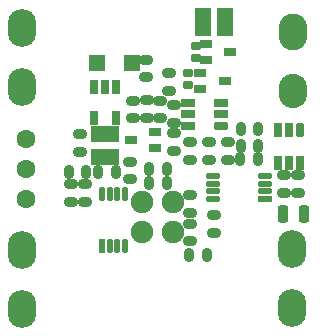
<source format=gts>
G04*
G04 #@! TF.GenerationSoftware,Altium Limited,Altium Designer,22.6.1 (34)*
G04*
G04 Layer_Color=8388736*
%FSLAX44Y44*%
%MOMM*%
G71*
G04*
G04 #@! TF.SameCoordinates,CFF22713-5BA4-4343-9F65-DF9A29BEA822*
G04*
G04*
G04 #@! TF.FilePolarity,Negative*
G04*
G01*
G75*
G04:AMPARAMS|DCode=30|XSize=0.8032mm|YSize=1.1032mm|CornerRadius=0.2516mm|HoleSize=0mm|Usage=FLASHONLY|Rotation=90.000|XOffset=0mm|YOffset=0mm|HoleType=Round|Shape=RoundedRectangle|*
%AMROUNDEDRECTD30*
21,1,0.8032,0.6000,0,0,90.0*
21,1,0.3000,1.1032,0,0,90.0*
1,1,0.5032,0.3000,0.1500*
1,1,0.5032,0.3000,-0.1500*
1,1,0.5032,-0.3000,-0.1500*
1,1,0.5032,-0.3000,0.1500*
%
%ADD30ROUNDEDRECTD30*%
G04:AMPARAMS|DCode=31|XSize=0.8032mm|YSize=1.1032mm|CornerRadius=0.2516mm|HoleSize=0mm|Usage=FLASHONLY|Rotation=180.000|XOffset=0mm|YOffset=0mm|HoleType=Round|Shape=RoundedRectangle|*
%AMROUNDEDRECTD31*
21,1,0.8032,0.6000,0,0,180.0*
21,1,0.3000,1.1032,0,0,180.0*
1,1,0.5032,-0.1500,0.3000*
1,1,0.5032,0.1500,0.3000*
1,1,0.5032,0.1500,-0.3000*
1,1,0.5032,-0.1500,-0.3000*
%
%ADD31ROUNDEDRECTD31*%
%ADD32R,1.4032X1.4032*%
G04:AMPARAMS|DCode=33|XSize=0.9032mm|YSize=1.5032mm|CornerRadius=0.2766mm|HoleSize=0mm|Usage=FLASHONLY|Rotation=180.000|XOffset=0mm|YOffset=0mm|HoleType=Round|Shape=RoundedRectangle|*
%AMROUNDEDRECTD33*
21,1,0.9032,0.9500,0,0,180.0*
21,1,0.3500,1.5032,0,0,180.0*
1,1,0.5532,-0.1750,0.4750*
1,1,0.5532,0.1750,0.4750*
1,1,0.5532,0.1750,-0.4750*
1,1,0.5532,-0.1750,-0.4750*
%
%ADD33ROUNDEDRECTD33*%
%ADD34R,0.7032X1.2032*%
%ADD35O,1.2032X0.5832*%
%ADD36R,1.2032X0.5832*%
%ADD37R,1.2032X0.7032*%
G04:AMPARAMS|DCode=38|XSize=0.7032mm|YSize=1.2032mm|CornerRadius=0mm|HoleSize=0mm|Usage=FLASHONLY|Rotation=90.000|XOffset=0mm|YOffset=0mm|HoleType=Round|Shape=Octagon|*
%AMOCTAGOND38*
4,1,8,-0.6016,-0.1758,-0.6016,0.1758,-0.4258,0.3516,0.4258,0.3516,0.6016,0.1758,0.6016,-0.1758,0.4258,-0.3516,-0.4258,-0.3516,-0.6016,-0.1758,0.0*
%
%ADD38OCTAGOND38*%

%ADD39O,0.5832X1.2032*%
%ADD40R,0.5832X1.2032*%
G04:AMPARAMS|DCode=41|XSize=0.7032mm|YSize=0.8232mm|CornerRadius=0.1641mm|HoleSize=0mm|Usage=FLASHONLY|Rotation=90.000|XOffset=0mm|YOffset=0mm|HoleType=Round|Shape=RoundedRectangle|*
%AMROUNDEDRECTD41*
21,1,0.7032,0.4950,0,0,90.0*
21,1,0.3750,0.8232,0,0,90.0*
1,1,0.3282,0.2475,0.1875*
1,1,0.3282,0.2475,-0.1875*
1,1,0.3282,-0.2475,-0.1875*
1,1,0.3282,-0.2475,0.1875*
%
%ADD41ROUNDEDRECTD41*%
%ADD42R,1.1032X0.7032*%
G04:AMPARAMS|DCode=43|XSize=0.7032mm|YSize=1.2032mm|CornerRadius=0mm|HoleSize=0mm|Usage=FLASHONLY|Rotation=180.000|XOffset=0mm|YOffset=0mm|HoleType=Round|Shape=Octagon|*
%AMOCTAGOND43*
4,1,8,0.1758,-0.6016,-0.1758,-0.6016,-0.3516,-0.4258,-0.3516,0.4258,-0.1758,0.6016,0.1758,0.6016,0.3516,0.4258,0.3516,-0.4258,0.1758,-0.6016,0.0*
%
%ADD43OCTAGOND43*%

%ADD44O,2.4032X3.1032*%
%ADD45O,2.4032X2.9032*%
%ADD46O,2.4032X3.2032*%
%ADD47C,1.6032*%
%ADD48R,1.4032X2.4032*%
%ADD49R,2.4032X1.4032*%
%ADD50C,1.9032*%
D30*
X966943Y800217D02*
D03*
Y815217D02*
D03*
X956021Y765419D02*
D03*
Y780419D02*
D03*
X990311Y761609D02*
D03*
Y776609D02*
D03*
X967197Y780673D02*
D03*
Y765673D02*
D03*
X1024093Y683765D02*
D03*
Y668765D02*
D03*
X1003773Y661279D02*
D03*
Y676279D02*
D03*
X1004027Y700409D02*
D03*
Y685409D02*
D03*
X1019775Y730367D02*
D03*
Y745367D02*
D03*
X986501Y788787D02*
D03*
Y803787D02*
D03*
X990311Y737987D02*
D03*
Y752987D02*
D03*
X978627Y765419D02*
D03*
Y780419D02*
D03*
X1004027Y745113D02*
D03*
Y730113D02*
D03*
X1036285Y730367D02*
D03*
X1036285Y745367D02*
D03*
X952973Y728857D02*
D03*
Y713857D02*
D03*
X914873Y694807D02*
D03*
Y709807D02*
D03*
X903443Y694807D02*
D03*
Y709807D02*
D03*
X1083783Y717427D02*
D03*
Y702427D02*
D03*
X1095213Y717427D02*
D03*
Y702427D02*
D03*
X910968Y737382D02*
D03*
Y752382D02*
D03*
D31*
X984095Y722373D02*
D03*
X969095D02*
D03*
X941423Y720087D02*
D03*
X926423D02*
D03*
X969349Y710435D02*
D03*
X984349D02*
D03*
X916143Y720087D02*
D03*
X901143D02*
D03*
X1046565Y731009D02*
D03*
X1061565D02*
D03*
X1018131Y649729D02*
D03*
X1003131D02*
D03*
X1061819Y742185D02*
D03*
X1046819D02*
D03*
X1046819Y756663D02*
D03*
X1061819D02*
D03*
D32*
X955148Y812797D02*
D03*
X925398D02*
D03*
D33*
X1100653Y684527D02*
D03*
X1082653D02*
D03*
D34*
X922543Y765807D02*
D03*
X941543Y792107D02*
D03*
X932043D02*
D03*
X922543Y792107D02*
D03*
X941543Y765807D02*
D03*
X1087601Y727827D02*
D03*
X1097101Y727777D02*
D03*
X1078101Y755577D02*
D03*
X1087601D02*
D03*
X1078101Y727777D02*
D03*
D35*
X1023683Y716629D02*
D03*
X1023683Y710129D02*
D03*
Y703629D02*
D03*
X1023683Y697129D02*
D03*
X1067683Y716629D02*
D03*
Y710129D02*
D03*
Y703629D02*
D03*
D36*
Y697129D02*
D03*
D37*
X1002623Y768847D02*
D03*
X1002573Y759347D02*
D03*
X1030373Y778347D02*
D03*
Y768847D02*
D03*
X1002573Y778347D02*
D03*
D38*
X1030373Y759347D02*
D03*
D39*
X948753Y701447D02*
D03*
X942253Y701447D02*
D03*
X935753D02*
D03*
X929253Y701447D02*
D03*
X948753Y657447D02*
D03*
X942253D02*
D03*
X935753D02*
D03*
D40*
X929253D02*
D03*
D41*
X1008853Y816687D02*
D03*
Y826687D02*
D03*
X1002503Y803907D02*
D03*
Y793907D02*
D03*
D42*
X1017653Y828437D02*
D03*
Y814937D02*
D03*
X1038153Y821687D02*
D03*
X1012663Y803907D02*
D03*
Y790407D02*
D03*
X1033163Y797157D02*
D03*
X953899Y747011D02*
D03*
X974399Y753761D02*
D03*
Y740261D02*
D03*
D43*
X1097101Y755577D02*
D03*
D44*
X1091403Y838667D02*
D03*
D45*
Y788667D02*
D03*
D46*
X861533Y842007D02*
D03*
Y792007D02*
D03*
Y654047D02*
D03*
Y604047D02*
D03*
X1090133Y605317D02*
D03*
Y655317D02*
D03*
D47*
X865343Y722627D02*
D03*
Y697227D02*
D03*
Y748027D02*
D03*
D48*
X1014625Y846945D02*
D03*
X1033625D02*
D03*
D49*
X931625Y751945D02*
D03*
Y732945D02*
D03*
D50*
X963625Y694945D02*
D03*
X989625D02*
D03*
X963625Y668945D02*
D03*
X989625D02*
D03*
M02*

</source>
